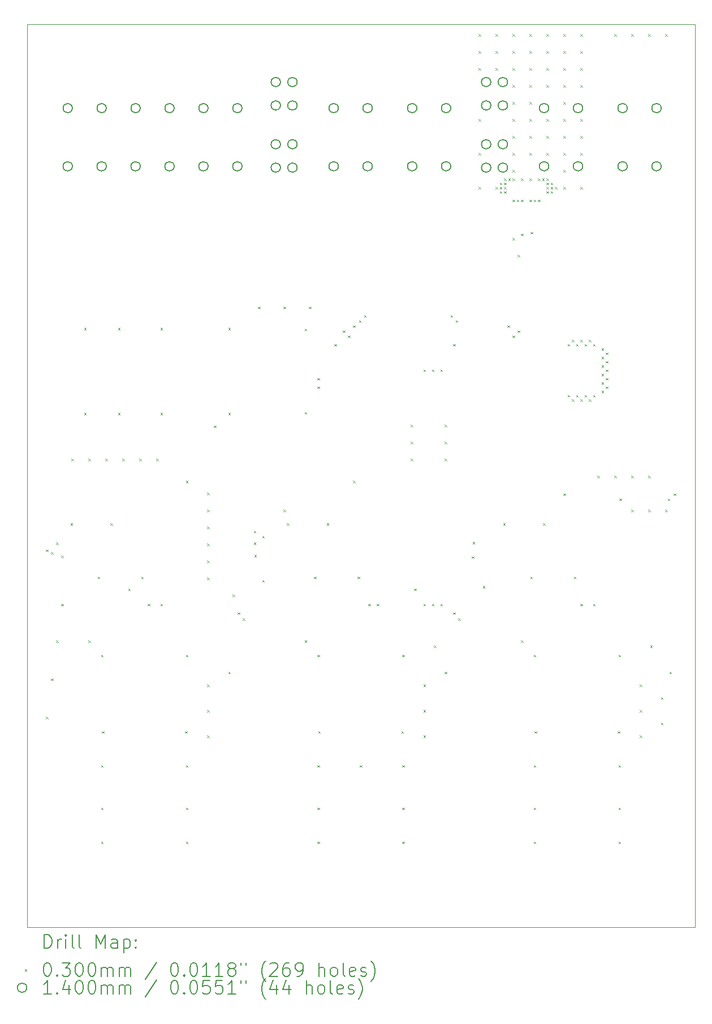
<source format=gbr>
%TF.GenerationSoftware,KiCad,Pcbnew,8.0.2*%
%TF.CreationDate,2025-02-23T04:32:34+01:00*%
%TF.ProjectId,meas,6d656173-2e6b-4696-9361-645f70636258,1.0.0*%
%TF.SameCoordinates,Original*%
%TF.FileFunction,Drillmap*%
%TF.FilePolarity,Positive*%
%FSLAX45Y45*%
G04 Gerber Fmt 4.5, Leading zero omitted, Abs format (unit mm)*
G04 Created by KiCad (PCBNEW 8.0.2) date 2025-02-23 04:32:34*
%MOMM*%
%LPD*%
G01*
G04 APERTURE LIST*
%ADD10C,0.050000*%
%ADD11C,0.200000*%
%ADD12C,0.100000*%
%ADD13C,0.140000*%
G04 APERTURE END LIST*
D10*
X15000000Y-4000000D02*
X25000000Y-4000000D01*
X25000000Y-17500000D01*
X15000000Y-17500000D01*
X15000000Y-4000000D01*
D11*
D12*
X15286000Y-11849900D02*
X15316000Y-11879900D01*
X15316000Y-11849900D02*
X15286000Y-11879900D01*
X15286000Y-14351800D02*
X15316000Y-14381800D01*
X15316000Y-14351800D02*
X15286000Y-14381800D01*
X15362200Y-11888000D02*
X15392200Y-11918000D01*
X15392200Y-11888000D02*
X15362200Y-11918000D01*
X15362200Y-13780300D02*
X15392200Y-13810300D01*
X15392200Y-13780300D02*
X15362200Y-13810300D01*
X15438400Y-11747680D02*
X15468400Y-11777680D01*
X15468400Y-11747680D02*
X15438400Y-11777680D01*
X15438400Y-13208800D02*
X15468400Y-13238800D01*
X15468400Y-13208800D02*
X15438400Y-13238800D01*
X15514600Y-11938800D02*
X15544600Y-11968800D01*
X15544600Y-11938800D02*
X15514600Y-11968800D01*
X15514600Y-12662700D02*
X15544600Y-12692700D01*
X15544600Y-12662700D02*
X15514600Y-12692700D01*
X15654300Y-11456200D02*
X15684300Y-11486200D01*
X15684300Y-11456200D02*
X15654300Y-11486200D01*
X15667000Y-10491000D02*
X15697000Y-10521000D01*
X15697000Y-10491000D02*
X15667000Y-10521000D01*
X15857500Y-8535200D02*
X15887500Y-8565200D01*
X15887500Y-8535200D02*
X15857500Y-8565200D01*
X15857500Y-9805200D02*
X15887500Y-9835200D01*
X15887500Y-9805200D02*
X15857500Y-9835200D01*
X15921000Y-10491000D02*
X15951000Y-10521000D01*
X15951000Y-10491000D02*
X15921000Y-10521000D01*
X15921000Y-13208800D02*
X15951000Y-13238800D01*
X15951000Y-13208800D02*
X15921000Y-13238800D01*
X16060700Y-12256300D02*
X16090700Y-12286300D01*
X16090700Y-12256300D02*
X16060700Y-12286300D01*
X16111500Y-13424700D02*
X16141500Y-13454700D01*
X16141500Y-13424700D02*
X16111500Y-13454700D01*
X16111500Y-15075700D02*
X16141500Y-15105700D01*
X16141500Y-15075700D02*
X16111500Y-15105700D01*
X16111500Y-15710700D02*
X16141500Y-15740700D01*
X16141500Y-15710700D02*
X16111500Y-15740700D01*
X16111500Y-16218700D02*
X16141500Y-16248700D01*
X16141500Y-16218700D02*
X16111500Y-16248700D01*
X16124200Y-14567700D02*
X16154200Y-14597700D01*
X16154200Y-14567700D02*
X16124200Y-14597700D01*
X16175000Y-10491000D02*
X16205000Y-10521000D01*
X16205000Y-10491000D02*
X16175000Y-10521000D01*
X16251200Y-11456200D02*
X16281200Y-11486200D01*
X16281200Y-11456200D02*
X16251200Y-11486200D01*
X16365500Y-8535200D02*
X16395500Y-8565200D01*
X16395500Y-8535200D02*
X16365500Y-8565200D01*
X16365500Y-9805200D02*
X16395500Y-9835200D01*
X16395500Y-9805200D02*
X16365500Y-9835200D01*
X16429000Y-10491000D02*
X16459000Y-10521000D01*
X16459000Y-10491000D02*
X16429000Y-10521000D01*
X16517900Y-12434100D02*
X16547900Y-12464100D01*
X16547900Y-12434100D02*
X16517900Y-12464100D01*
X16683000Y-10491000D02*
X16713000Y-10521000D01*
X16713000Y-10491000D02*
X16683000Y-10521000D01*
X16711050Y-12256300D02*
X16741050Y-12286300D01*
X16741050Y-12256300D02*
X16711050Y-12286300D01*
X16810000Y-12662700D02*
X16840000Y-12692700D01*
X16840000Y-12662700D02*
X16810000Y-12692700D01*
X16937000Y-10491000D02*
X16967000Y-10521000D01*
X16967000Y-10491000D02*
X16937000Y-10521000D01*
X17000500Y-8535200D02*
X17030500Y-8565200D01*
X17030500Y-8535200D02*
X17000500Y-8565200D01*
X17000500Y-9805200D02*
X17030500Y-9835200D01*
X17030500Y-9805200D02*
X17000500Y-9835200D01*
X17000500Y-12662700D02*
X17030500Y-12692700D01*
X17030500Y-12662700D02*
X17000500Y-12692700D01*
X17368800Y-14567700D02*
X17398800Y-14597700D01*
X17398800Y-14567700D02*
X17368800Y-14597700D01*
X17381500Y-10821200D02*
X17411500Y-10851200D01*
X17411500Y-10821200D02*
X17381500Y-10851200D01*
X17381500Y-13424700D02*
X17411500Y-13454700D01*
X17411500Y-13424700D02*
X17381500Y-13454700D01*
X17381500Y-15075700D02*
X17411500Y-15105700D01*
X17411500Y-15075700D02*
X17381500Y-15105700D01*
X17381500Y-15710700D02*
X17411500Y-15740700D01*
X17411500Y-15710700D02*
X17381500Y-15740700D01*
X17381500Y-16218700D02*
X17411500Y-16248700D01*
X17411500Y-16218700D02*
X17381500Y-16248700D01*
X17699000Y-10999000D02*
X17729000Y-11029000D01*
X17729000Y-10999000D02*
X17699000Y-11029000D01*
X17699000Y-11253000D02*
X17729000Y-11283000D01*
X17729000Y-11253000D02*
X17699000Y-11283000D01*
X17699000Y-11507000D02*
X17729000Y-11537000D01*
X17729000Y-11507000D02*
X17699000Y-11537000D01*
X17699000Y-11761000D02*
X17729000Y-11791000D01*
X17729000Y-11761000D02*
X17699000Y-11791000D01*
X17699000Y-12015000D02*
X17729000Y-12045000D01*
X17729000Y-12015000D02*
X17699000Y-12045000D01*
X17699000Y-12269000D02*
X17729000Y-12299000D01*
X17729000Y-12269000D02*
X17699000Y-12299000D01*
X17699000Y-13869200D02*
X17729000Y-13899200D01*
X17729000Y-13869200D02*
X17699000Y-13899200D01*
X17699000Y-14250200D02*
X17729000Y-14280200D01*
X17729000Y-14250200D02*
X17699000Y-14280200D01*
X17699000Y-14631200D02*
X17729000Y-14661200D01*
X17729000Y-14631200D02*
X17699000Y-14661200D01*
X17800600Y-9995700D02*
X17830600Y-10025700D01*
X17830600Y-9995700D02*
X17800600Y-10025700D01*
X18014500Y-13678700D02*
X18044500Y-13708700D01*
X18044500Y-13678700D02*
X18014500Y-13708700D01*
X18016500Y-8535200D02*
X18046500Y-8565200D01*
X18046500Y-8535200D02*
X18016500Y-8565200D01*
X18016500Y-9805200D02*
X18046500Y-9835200D01*
X18046500Y-9805200D02*
X18016500Y-9835200D01*
X18080000Y-12523000D02*
X18110000Y-12553000D01*
X18110000Y-12523000D02*
X18080000Y-12553000D01*
X18156200Y-12789700D02*
X18186200Y-12819700D01*
X18186200Y-12789700D02*
X18156200Y-12819700D01*
X18232400Y-12878600D02*
X18262400Y-12908600D01*
X18262400Y-12878600D02*
X18232400Y-12908600D01*
X18397500Y-11570500D02*
X18427500Y-11600500D01*
X18427500Y-11570500D02*
X18397500Y-11600500D01*
X18397500Y-11747680D02*
X18427500Y-11777680D01*
X18427500Y-11747680D02*
X18397500Y-11777680D01*
X18405009Y-11933609D02*
X18435009Y-11963609D01*
X18435009Y-11933609D02*
X18405009Y-11963609D01*
X18461000Y-8217700D02*
X18491000Y-8247700D01*
X18491000Y-8217700D02*
X18461000Y-8247700D01*
X18524500Y-11646700D02*
X18554500Y-11676700D01*
X18554500Y-11646700D02*
X18524500Y-11676700D01*
X18524500Y-12307100D02*
X18554500Y-12337100D01*
X18554500Y-12307100D02*
X18524500Y-12337100D01*
X18842000Y-8217700D02*
X18872000Y-8247700D01*
X18872000Y-8217700D02*
X18842000Y-8247700D01*
X18842000Y-11253000D02*
X18872000Y-11283000D01*
X18872000Y-11253000D02*
X18842000Y-11283000D01*
X18892800Y-11456200D02*
X18922800Y-11486200D01*
X18922800Y-11456200D02*
X18892800Y-11486200D01*
X19159500Y-8547900D02*
X19189500Y-8577900D01*
X19189500Y-8547900D02*
X19159500Y-8577900D01*
X19159500Y-9792500D02*
X19189500Y-9822500D01*
X19189500Y-9792500D02*
X19159500Y-9822500D01*
X19159500Y-13208800D02*
X19189500Y-13238800D01*
X19189500Y-13208800D02*
X19159500Y-13238800D01*
X19223000Y-8217700D02*
X19253000Y-8247700D01*
X19253000Y-8217700D02*
X19223000Y-8247700D01*
X19299200Y-12256300D02*
X19329200Y-12286300D01*
X19329200Y-12256300D02*
X19299200Y-12286300D01*
X19350000Y-9284500D02*
X19380000Y-9314500D01*
X19380000Y-9284500D02*
X19350000Y-9314500D01*
X19350000Y-9411500D02*
X19380000Y-9441500D01*
X19380000Y-9411500D02*
X19350000Y-9441500D01*
X19350000Y-13424700D02*
X19380000Y-13454700D01*
X19380000Y-13424700D02*
X19350000Y-13454700D01*
X19350000Y-15075700D02*
X19380000Y-15105700D01*
X19380000Y-15075700D02*
X19350000Y-15105700D01*
X19350000Y-15710700D02*
X19380000Y-15740700D01*
X19380000Y-15710700D02*
X19350000Y-15740700D01*
X19350000Y-16218700D02*
X19380000Y-16248700D01*
X19380000Y-16218700D02*
X19350000Y-16248700D01*
X19362700Y-14567700D02*
X19392700Y-14597700D01*
X19392700Y-14567700D02*
X19362700Y-14597700D01*
X19489700Y-11456200D02*
X19519700Y-11486200D01*
X19519700Y-11456200D02*
X19489700Y-11486200D01*
X19604000Y-8776500D02*
X19634000Y-8806500D01*
X19634000Y-8776500D02*
X19604000Y-8806500D01*
X19731000Y-8573300D02*
X19761000Y-8603300D01*
X19761000Y-8573300D02*
X19731000Y-8603300D01*
X19807200Y-8649500D02*
X19837200Y-8679500D01*
X19837200Y-8649500D02*
X19807200Y-8679500D01*
X19883400Y-8497100D02*
X19913400Y-8527100D01*
X19913400Y-8497100D02*
X19883400Y-8527100D01*
X19883400Y-10821200D02*
X19913400Y-10851200D01*
X19913400Y-10821200D02*
X19883400Y-10851200D01*
X19949550Y-12256300D02*
X19979550Y-12286300D01*
X19979550Y-12256300D02*
X19949550Y-12286300D01*
X19972300Y-8420900D02*
X20002300Y-8450900D01*
X20002300Y-8420900D02*
X19972300Y-8450900D01*
X19985000Y-15075700D02*
X20015000Y-15105700D01*
X20015000Y-15075700D02*
X19985000Y-15105700D01*
X20048500Y-8344700D02*
X20078500Y-8374700D01*
X20078500Y-8344700D02*
X20048500Y-8374700D01*
X20112000Y-12662700D02*
X20142000Y-12692700D01*
X20142000Y-12662700D02*
X20112000Y-12692700D01*
X20239000Y-12662700D02*
X20269000Y-12692700D01*
X20269000Y-12662700D02*
X20239000Y-12692700D01*
X20607300Y-14567700D02*
X20637300Y-14597700D01*
X20637300Y-14567700D02*
X20607300Y-14597700D01*
X20620000Y-13424700D02*
X20650000Y-13454700D01*
X20650000Y-13424700D02*
X20620000Y-13454700D01*
X20620000Y-15075700D02*
X20650000Y-15105700D01*
X20650000Y-15075700D02*
X20620000Y-15105700D01*
X20620000Y-15710700D02*
X20650000Y-15740700D01*
X20650000Y-15710700D02*
X20620000Y-15740700D01*
X20620000Y-16218700D02*
X20650000Y-16248700D01*
X20650000Y-16218700D02*
X20620000Y-16248700D01*
X20747000Y-9983000D02*
X20777000Y-10013000D01*
X20777000Y-9983000D02*
X20747000Y-10013000D01*
X20747000Y-10237000D02*
X20777000Y-10267000D01*
X20777000Y-10237000D02*
X20747000Y-10267000D01*
X20747000Y-10491000D02*
X20777000Y-10521000D01*
X20777000Y-10491000D02*
X20747000Y-10521000D01*
X20797800Y-12434100D02*
X20827800Y-12464100D01*
X20827800Y-12434100D02*
X20797800Y-12464100D01*
X20937500Y-9157500D02*
X20967500Y-9187500D01*
X20967500Y-9157500D02*
X20937500Y-9187500D01*
X20937500Y-12662700D02*
X20967500Y-12692700D01*
X20967500Y-12662700D02*
X20937500Y-12692700D01*
X20937500Y-13869200D02*
X20967500Y-13899200D01*
X20967500Y-13869200D02*
X20937500Y-13899200D01*
X20937500Y-14250200D02*
X20967500Y-14280200D01*
X20967500Y-14250200D02*
X20937500Y-14280200D01*
X20937500Y-14631200D02*
X20967500Y-14661200D01*
X20967500Y-14631200D02*
X20937500Y-14661200D01*
X21064500Y-9157500D02*
X21094500Y-9187500D01*
X21094500Y-9157500D02*
X21064500Y-9187500D01*
X21064500Y-12662700D02*
X21094500Y-12692700D01*
X21094500Y-12662700D02*
X21064500Y-12692700D01*
X21092500Y-13285000D02*
X21122500Y-13315000D01*
X21122500Y-13285000D02*
X21092500Y-13315000D01*
X21191500Y-9157500D02*
X21221500Y-9187500D01*
X21221500Y-9157500D02*
X21191500Y-9187500D01*
X21191500Y-12662700D02*
X21221500Y-12692700D01*
X21221500Y-12662700D02*
X21191500Y-12692700D01*
X21253000Y-13678700D02*
X21283000Y-13708700D01*
X21283000Y-13678700D02*
X21253000Y-13708700D01*
X21255000Y-9983000D02*
X21285000Y-10013000D01*
X21285000Y-9983000D02*
X21255000Y-10013000D01*
X21255000Y-10237000D02*
X21285000Y-10267000D01*
X21285000Y-10237000D02*
X21255000Y-10267000D01*
X21255000Y-10491000D02*
X21285000Y-10521000D01*
X21285000Y-10491000D02*
X21255000Y-10521000D01*
X21343900Y-8344700D02*
X21373900Y-8374700D01*
X21373900Y-8344700D02*
X21343900Y-8374700D01*
X21382000Y-8776500D02*
X21412000Y-8806500D01*
X21412000Y-8776500D02*
X21382000Y-8806500D01*
X21382000Y-12789700D02*
X21412000Y-12819700D01*
X21412000Y-12789700D02*
X21382000Y-12819700D01*
X21420100Y-8420900D02*
X21450100Y-8450900D01*
X21450100Y-8420900D02*
X21420100Y-8450900D01*
X21458200Y-12878600D02*
X21488200Y-12908600D01*
X21488200Y-12878600D02*
X21458200Y-12908600D01*
X21661400Y-11951500D02*
X21691400Y-11981500D01*
X21691400Y-11951500D02*
X21661400Y-11981500D01*
X21674100Y-11738200D02*
X21704100Y-11768200D01*
X21704100Y-11738200D02*
X21674100Y-11768200D01*
X21763000Y-4141000D02*
X21793000Y-4171000D01*
X21793000Y-4141000D02*
X21763000Y-4171000D01*
X21763000Y-4395000D02*
X21793000Y-4425000D01*
X21793000Y-4395000D02*
X21763000Y-4425000D01*
X21763000Y-4649000D02*
X21793000Y-4679000D01*
X21793000Y-4649000D02*
X21763000Y-4679000D01*
X21763000Y-5411000D02*
X21793000Y-5441000D01*
X21793000Y-5411000D02*
X21763000Y-5441000D01*
X21763000Y-5919000D02*
X21793000Y-5949000D01*
X21793000Y-5919000D02*
X21763000Y-5949000D01*
X21763000Y-6427000D02*
X21793000Y-6457000D01*
X21793000Y-6427000D02*
X21763000Y-6457000D01*
X21826500Y-12396000D02*
X21856500Y-12426000D01*
X21856500Y-12396000D02*
X21826500Y-12426000D01*
X22017000Y-4141000D02*
X22047000Y-4171000D01*
X22047000Y-4141000D02*
X22017000Y-4171000D01*
X22017000Y-4395000D02*
X22047000Y-4425000D01*
X22047000Y-4395000D02*
X22017000Y-4425000D01*
X22017000Y-4649000D02*
X22047000Y-4679000D01*
X22047000Y-4649000D02*
X22017000Y-4679000D01*
X22017000Y-6427000D02*
X22047000Y-6457000D01*
X22047000Y-6427000D02*
X22017000Y-6457000D01*
X22080500Y-6363500D02*
X22110500Y-6393500D01*
X22110500Y-6363500D02*
X22080500Y-6393500D01*
X22080500Y-6427000D02*
X22110500Y-6457000D01*
X22110500Y-6427000D02*
X22080500Y-6457000D01*
X22080500Y-6490500D02*
X22110500Y-6520500D01*
X22110500Y-6490500D02*
X22080500Y-6520500D01*
X22131300Y-11456200D02*
X22161300Y-11486200D01*
X22161300Y-11456200D02*
X22131300Y-11486200D01*
X22144000Y-6300000D02*
X22174000Y-6330000D01*
X22174000Y-6300000D02*
X22144000Y-6330000D01*
X22144000Y-6363500D02*
X22174000Y-6393500D01*
X22174000Y-6363500D02*
X22144000Y-6393500D01*
X22144000Y-6427000D02*
X22174000Y-6457000D01*
X22174000Y-6427000D02*
X22144000Y-6457000D01*
X22144000Y-6490500D02*
X22174000Y-6520500D01*
X22174000Y-6490500D02*
X22144000Y-6520500D01*
X22194800Y-8497100D02*
X22224800Y-8527100D01*
X22224800Y-8497100D02*
X22194800Y-8527100D01*
X22207500Y-6300000D02*
X22237500Y-6330000D01*
X22237500Y-6300000D02*
X22207500Y-6330000D01*
X22271000Y-4141000D02*
X22301000Y-4171000D01*
X22301000Y-4141000D02*
X22271000Y-4171000D01*
X22271000Y-4395000D02*
X22301000Y-4425000D01*
X22301000Y-4395000D02*
X22271000Y-4425000D01*
X22271000Y-4649000D02*
X22301000Y-4679000D01*
X22301000Y-4649000D02*
X22271000Y-4679000D01*
X22271000Y-4903000D02*
X22301000Y-4933000D01*
X22301000Y-4903000D02*
X22271000Y-4933000D01*
X22271000Y-5157000D02*
X22301000Y-5187000D01*
X22301000Y-5157000D02*
X22271000Y-5187000D01*
X22271000Y-5411000D02*
X22301000Y-5441000D01*
X22301000Y-5411000D02*
X22271000Y-5441000D01*
X22271000Y-5665000D02*
X22301000Y-5695000D01*
X22301000Y-5665000D02*
X22271000Y-5695000D01*
X22271000Y-5919000D02*
X22301000Y-5949000D01*
X22301000Y-5919000D02*
X22271000Y-5949000D01*
X22271000Y-6173000D02*
X22301000Y-6203000D01*
X22301000Y-6173000D02*
X22271000Y-6203000D01*
X22271000Y-6300000D02*
X22301000Y-6330000D01*
X22301000Y-6300000D02*
X22271000Y-6330000D01*
X22271000Y-6617500D02*
X22301000Y-6647500D01*
X22301000Y-6617500D02*
X22271000Y-6647500D01*
X22271000Y-7189000D02*
X22301000Y-7219000D01*
X22301000Y-7189000D02*
X22271000Y-7219000D01*
X22271000Y-8649500D02*
X22301000Y-8679500D01*
X22301000Y-8649500D02*
X22271000Y-8679500D01*
X22334500Y-6617500D02*
X22364500Y-6647500D01*
X22364500Y-6617500D02*
X22334500Y-6647500D01*
X22347200Y-7443000D02*
X22377200Y-7473000D01*
X22377200Y-7443000D02*
X22347200Y-7473000D01*
X22347200Y-8573300D02*
X22377200Y-8603300D01*
X22377200Y-8573300D02*
X22347200Y-8603300D01*
X22398000Y-6300000D02*
X22428000Y-6330000D01*
X22428000Y-6300000D02*
X22398000Y-6330000D01*
X22398000Y-6617500D02*
X22428000Y-6647500D01*
X22428000Y-6617500D02*
X22398000Y-6647500D01*
X22398000Y-7125500D02*
X22428000Y-7155500D01*
X22428000Y-7125500D02*
X22398000Y-7155500D01*
X22398000Y-13208800D02*
X22428000Y-13238800D01*
X22428000Y-13208800D02*
X22398000Y-13238800D01*
X22525000Y-4141000D02*
X22555000Y-4171000D01*
X22555000Y-4141000D02*
X22525000Y-4171000D01*
X22525000Y-4395000D02*
X22555000Y-4425000D01*
X22555000Y-4395000D02*
X22525000Y-4425000D01*
X22525000Y-4649000D02*
X22555000Y-4679000D01*
X22555000Y-4649000D02*
X22525000Y-4679000D01*
X22525000Y-4903000D02*
X22555000Y-4933000D01*
X22555000Y-4903000D02*
X22525000Y-4933000D01*
X22525000Y-5157000D02*
X22555000Y-5187000D01*
X22555000Y-5157000D02*
X22525000Y-5187000D01*
X22525000Y-5411000D02*
X22555000Y-5441000D01*
X22555000Y-5411000D02*
X22525000Y-5441000D01*
X22525000Y-5665000D02*
X22555000Y-5695000D01*
X22555000Y-5665000D02*
X22525000Y-5695000D01*
X22525000Y-5919000D02*
X22555000Y-5949000D01*
X22555000Y-5919000D02*
X22525000Y-5949000D01*
X22525000Y-6300000D02*
X22555000Y-6330000D01*
X22555000Y-6300000D02*
X22525000Y-6330000D01*
X22525000Y-6617500D02*
X22555000Y-6647500D01*
X22555000Y-6617500D02*
X22525000Y-6647500D01*
X22537700Y-12256300D02*
X22567700Y-12286300D01*
X22567700Y-12256300D02*
X22537700Y-12286300D01*
X22538250Y-7100650D02*
X22568250Y-7130650D01*
X22568250Y-7100650D02*
X22538250Y-7130650D01*
X22588500Y-6617500D02*
X22618500Y-6647500D01*
X22618500Y-6617500D02*
X22588500Y-6647500D01*
X22588500Y-13424700D02*
X22618500Y-13454700D01*
X22618500Y-13424700D02*
X22588500Y-13454700D01*
X22588500Y-15075700D02*
X22618500Y-15105700D01*
X22618500Y-15075700D02*
X22588500Y-15105700D01*
X22588500Y-15710700D02*
X22618500Y-15740700D01*
X22618500Y-15710700D02*
X22588500Y-15740700D01*
X22588500Y-16218700D02*
X22618500Y-16248700D01*
X22618500Y-16218700D02*
X22588500Y-16248700D01*
X22601200Y-14567700D02*
X22631200Y-14597700D01*
X22631200Y-14567700D02*
X22601200Y-14597700D01*
X22652000Y-6300000D02*
X22682000Y-6330000D01*
X22682000Y-6300000D02*
X22652000Y-6330000D01*
X22652000Y-6617500D02*
X22682000Y-6647500D01*
X22682000Y-6617500D02*
X22652000Y-6647500D01*
X22715500Y-6300000D02*
X22745500Y-6330000D01*
X22745500Y-6300000D02*
X22715500Y-6330000D01*
X22728200Y-11456200D02*
X22758200Y-11486200D01*
X22758200Y-11456200D02*
X22728200Y-11486200D01*
X22779000Y-4141000D02*
X22809000Y-4171000D01*
X22809000Y-4141000D02*
X22779000Y-4171000D01*
X22779000Y-4395000D02*
X22809000Y-4425000D01*
X22809000Y-4395000D02*
X22779000Y-4425000D01*
X22779000Y-4649000D02*
X22809000Y-4679000D01*
X22809000Y-4649000D02*
X22779000Y-4679000D01*
X22779000Y-4903000D02*
X22809000Y-4933000D01*
X22809000Y-4903000D02*
X22779000Y-4933000D01*
X22779000Y-5411000D02*
X22809000Y-5441000D01*
X22809000Y-5411000D02*
X22779000Y-5441000D01*
X22779000Y-5665000D02*
X22809000Y-5695000D01*
X22809000Y-5665000D02*
X22779000Y-5695000D01*
X22779000Y-5919000D02*
X22809000Y-5949000D01*
X22809000Y-5919000D02*
X22779000Y-5949000D01*
X22779000Y-6300000D02*
X22809000Y-6330000D01*
X22809000Y-6300000D02*
X22779000Y-6330000D01*
X22779000Y-6363500D02*
X22809000Y-6393500D01*
X22809000Y-6363500D02*
X22779000Y-6393500D01*
X22779000Y-6427000D02*
X22809000Y-6457000D01*
X22809000Y-6427000D02*
X22779000Y-6457000D01*
X22779000Y-6490500D02*
X22809000Y-6520500D01*
X22809000Y-6490500D02*
X22779000Y-6520500D01*
X22842500Y-6363500D02*
X22872500Y-6393500D01*
X22872500Y-6363500D02*
X22842500Y-6393500D01*
X22842500Y-6427000D02*
X22872500Y-6457000D01*
X22872500Y-6427000D02*
X22842500Y-6457000D01*
X22842500Y-6490500D02*
X22872500Y-6520500D01*
X22872500Y-6490500D02*
X22842500Y-6520500D01*
X22906000Y-6427000D02*
X22936000Y-6457000D01*
X22936000Y-6427000D02*
X22906000Y-6457000D01*
X23033000Y-4141000D02*
X23063000Y-4171000D01*
X23063000Y-4141000D02*
X23033000Y-4171000D01*
X23033000Y-4395000D02*
X23063000Y-4425000D01*
X23063000Y-4395000D02*
X23033000Y-4425000D01*
X23033000Y-4649000D02*
X23063000Y-4679000D01*
X23063000Y-4649000D02*
X23033000Y-4679000D01*
X23033000Y-4903000D02*
X23063000Y-4933000D01*
X23063000Y-4903000D02*
X23033000Y-4933000D01*
X23033000Y-5157000D02*
X23063000Y-5187000D01*
X23063000Y-5157000D02*
X23033000Y-5187000D01*
X23033000Y-5411000D02*
X23063000Y-5441000D01*
X23063000Y-5411000D02*
X23033000Y-5441000D01*
X23033000Y-5665000D02*
X23063000Y-5695000D01*
X23063000Y-5665000D02*
X23033000Y-5695000D01*
X23033000Y-5919000D02*
X23063000Y-5949000D01*
X23063000Y-5919000D02*
X23033000Y-5949000D01*
X23033000Y-6173000D02*
X23063000Y-6203000D01*
X23063000Y-6173000D02*
X23033000Y-6203000D01*
X23033000Y-6427000D02*
X23063000Y-6457000D01*
X23063000Y-6427000D02*
X23033000Y-6457000D01*
X23033000Y-11011700D02*
X23063000Y-11041700D01*
X23063000Y-11011700D02*
X23033000Y-11041700D01*
X23096500Y-8776500D02*
X23126500Y-8806500D01*
X23126500Y-8776500D02*
X23096500Y-8806500D01*
X23096500Y-9538500D02*
X23126500Y-9568500D01*
X23126500Y-9538500D02*
X23096500Y-9568500D01*
X23160000Y-8713000D02*
X23190000Y-8743000D01*
X23190000Y-8713000D02*
X23160000Y-8743000D01*
X23160000Y-9602000D02*
X23190000Y-9632000D01*
X23190000Y-9602000D02*
X23160000Y-9632000D01*
X23188050Y-12256300D02*
X23218050Y-12286300D01*
X23218050Y-12256300D02*
X23188050Y-12286300D01*
X23223500Y-8776500D02*
X23253500Y-8806500D01*
X23253500Y-8776500D02*
X23223500Y-8806500D01*
X23223500Y-9538500D02*
X23253500Y-9568500D01*
X23253500Y-9538500D02*
X23223500Y-9568500D01*
X23287000Y-4141000D02*
X23317000Y-4171000D01*
X23317000Y-4141000D02*
X23287000Y-4171000D01*
X23287000Y-4395000D02*
X23317000Y-4425000D01*
X23317000Y-4395000D02*
X23287000Y-4425000D01*
X23287000Y-4649000D02*
X23317000Y-4679000D01*
X23317000Y-4649000D02*
X23287000Y-4679000D01*
X23287000Y-4903000D02*
X23317000Y-4933000D01*
X23317000Y-4903000D02*
X23287000Y-4933000D01*
X23287000Y-5411000D02*
X23317000Y-5441000D01*
X23317000Y-5411000D02*
X23287000Y-5441000D01*
X23287000Y-5665000D02*
X23317000Y-5695000D01*
X23317000Y-5665000D02*
X23287000Y-5695000D01*
X23287000Y-5919000D02*
X23317000Y-5949000D01*
X23317000Y-5919000D02*
X23287000Y-5949000D01*
X23287000Y-6427000D02*
X23317000Y-6457000D01*
X23317000Y-6427000D02*
X23287000Y-6457000D01*
X23287000Y-8713000D02*
X23317000Y-8743000D01*
X23317000Y-8713000D02*
X23287000Y-8743000D01*
X23287000Y-9602000D02*
X23317000Y-9632000D01*
X23317000Y-9602000D02*
X23287000Y-9632000D01*
X23287000Y-12662700D02*
X23317000Y-12692700D01*
X23317000Y-12662700D02*
X23287000Y-12692700D01*
X23350500Y-8776500D02*
X23380500Y-8806500D01*
X23380500Y-8776500D02*
X23350500Y-8806500D01*
X23350500Y-9538500D02*
X23380500Y-9568500D01*
X23380500Y-9538500D02*
X23350500Y-9568500D01*
X23414000Y-8713000D02*
X23444000Y-8743000D01*
X23444000Y-8713000D02*
X23414000Y-8743000D01*
X23414000Y-9602000D02*
X23444000Y-9632000D01*
X23444000Y-9602000D02*
X23414000Y-9632000D01*
X23477500Y-8776500D02*
X23507500Y-8806500D01*
X23507500Y-8776500D02*
X23477500Y-8806500D01*
X23477500Y-9538500D02*
X23507500Y-9568500D01*
X23507500Y-9538500D02*
X23477500Y-9568500D01*
X23477500Y-12662700D02*
X23507500Y-12692700D01*
X23507500Y-12662700D02*
X23477500Y-12692700D01*
X23541000Y-10745000D02*
X23571000Y-10775000D01*
X23571000Y-10745000D02*
X23541000Y-10775000D01*
X23604500Y-8840000D02*
X23634500Y-8870000D01*
X23634500Y-8840000D02*
X23604500Y-8870000D01*
X23604500Y-8967000D02*
X23634500Y-8997000D01*
X23634500Y-8967000D02*
X23604500Y-8997000D01*
X23604500Y-9094000D02*
X23634500Y-9124000D01*
X23634500Y-9094000D02*
X23604500Y-9124000D01*
X23604500Y-9221000D02*
X23634500Y-9251000D01*
X23634500Y-9221000D02*
X23604500Y-9251000D01*
X23604500Y-9348000D02*
X23634500Y-9378000D01*
X23634500Y-9348000D02*
X23604500Y-9378000D01*
X23604500Y-9475000D02*
X23634500Y-9505000D01*
X23634500Y-9475000D02*
X23604500Y-9505000D01*
X23668000Y-8903500D02*
X23698000Y-8933500D01*
X23698000Y-8903500D02*
X23668000Y-8933500D01*
X23668000Y-9030500D02*
X23698000Y-9060500D01*
X23698000Y-9030500D02*
X23668000Y-9060500D01*
X23668000Y-9157500D02*
X23698000Y-9187500D01*
X23698000Y-9157500D02*
X23668000Y-9187500D01*
X23668000Y-9284500D02*
X23698000Y-9314500D01*
X23698000Y-9284500D02*
X23668000Y-9314500D01*
X23668000Y-9411500D02*
X23698000Y-9441500D01*
X23698000Y-9411500D02*
X23668000Y-9441500D01*
X23795000Y-4141000D02*
X23825000Y-4171000D01*
X23825000Y-4141000D02*
X23795000Y-4171000D01*
X23795000Y-10745000D02*
X23825000Y-10775000D01*
X23825000Y-10745000D02*
X23795000Y-10775000D01*
X23845800Y-14567700D02*
X23875800Y-14597700D01*
X23875800Y-14567700D02*
X23845800Y-14597700D01*
X23858500Y-13424700D02*
X23888500Y-13454700D01*
X23888500Y-13424700D02*
X23858500Y-13454700D01*
X23858500Y-15075700D02*
X23888500Y-15105700D01*
X23888500Y-15075700D02*
X23858500Y-15105700D01*
X23858500Y-15710700D02*
X23888500Y-15740700D01*
X23888500Y-15710700D02*
X23858500Y-15740700D01*
X23858500Y-16218700D02*
X23888500Y-16248700D01*
X23888500Y-16218700D02*
X23858500Y-16248700D01*
X23871200Y-11087900D02*
X23901200Y-11117900D01*
X23901200Y-11087900D02*
X23871200Y-11117900D01*
X24049000Y-4141000D02*
X24079000Y-4171000D01*
X24079000Y-4141000D02*
X24049000Y-4171000D01*
X24049000Y-10745000D02*
X24079000Y-10775000D01*
X24079000Y-10745000D02*
X24049000Y-10775000D01*
X24049000Y-11253000D02*
X24079000Y-11283000D01*
X24079000Y-11253000D02*
X24049000Y-11283000D01*
X24176000Y-13869200D02*
X24206000Y-13899200D01*
X24206000Y-13869200D02*
X24176000Y-13899200D01*
X24176000Y-14250200D02*
X24206000Y-14280200D01*
X24206000Y-14250200D02*
X24176000Y-14280200D01*
X24176000Y-14631200D02*
X24206000Y-14661200D01*
X24206000Y-14631200D02*
X24176000Y-14661200D01*
X24303000Y-4141000D02*
X24333000Y-4171000D01*
X24333000Y-4141000D02*
X24303000Y-4171000D01*
X24303000Y-10745000D02*
X24333000Y-10775000D01*
X24333000Y-10745000D02*
X24303000Y-10775000D01*
X24303000Y-11253000D02*
X24333000Y-11283000D01*
X24333000Y-11253000D02*
X24303000Y-11283000D01*
X24331000Y-13285000D02*
X24361000Y-13315000D01*
X24361000Y-13285000D02*
X24331000Y-13315000D01*
X24491500Y-14059700D02*
X24521500Y-14089700D01*
X24521500Y-14059700D02*
X24491500Y-14089700D01*
X24493500Y-14440700D02*
X24523500Y-14470700D01*
X24523500Y-14440700D02*
X24493500Y-14470700D01*
X24557000Y-4141000D02*
X24587000Y-4171000D01*
X24587000Y-4141000D02*
X24557000Y-4171000D01*
X24557000Y-11253000D02*
X24587000Y-11283000D01*
X24587000Y-11253000D02*
X24557000Y-11283000D01*
X24595100Y-11087900D02*
X24625100Y-11117900D01*
X24625100Y-11087900D02*
X24595100Y-11117900D01*
X24620500Y-13678700D02*
X24650500Y-13708700D01*
X24650500Y-13678700D02*
X24620500Y-13708700D01*
X24684000Y-11011700D02*
X24714000Y-11041700D01*
X24714000Y-11011700D02*
X24684000Y-11041700D01*
D13*
X15680000Y-5250000D02*
G75*
G02*
X15540000Y-5250000I-70000J0D01*
G01*
X15540000Y-5250000D02*
G75*
G02*
X15680000Y-5250000I70000J0D01*
G01*
X15680000Y-6120000D02*
G75*
G02*
X15540000Y-6120000I-70000J0D01*
G01*
X15540000Y-6120000D02*
G75*
G02*
X15680000Y-6120000I70000J0D01*
G01*
X16188000Y-5250000D02*
G75*
G02*
X16048000Y-5250000I-70000J0D01*
G01*
X16048000Y-5250000D02*
G75*
G02*
X16188000Y-5250000I70000J0D01*
G01*
X16188000Y-6120000D02*
G75*
G02*
X16048000Y-6120000I-70000J0D01*
G01*
X16048000Y-6120000D02*
G75*
G02*
X16188000Y-6120000I70000J0D01*
G01*
X16696000Y-5250000D02*
G75*
G02*
X16556000Y-5250000I-70000J0D01*
G01*
X16556000Y-5250000D02*
G75*
G02*
X16696000Y-5250000I70000J0D01*
G01*
X16696000Y-6120000D02*
G75*
G02*
X16556000Y-6120000I-70000J0D01*
G01*
X16556000Y-6120000D02*
G75*
G02*
X16696000Y-6120000I70000J0D01*
G01*
X17204000Y-5250000D02*
G75*
G02*
X17064000Y-5250000I-70000J0D01*
G01*
X17064000Y-5250000D02*
G75*
G02*
X17204000Y-5250000I70000J0D01*
G01*
X17204000Y-6120000D02*
G75*
G02*
X17064000Y-6120000I-70000J0D01*
G01*
X17064000Y-6120000D02*
G75*
G02*
X17204000Y-6120000I70000J0D01*
G01*
X17712000Y-5250000D02*
G75*
G02*
X17572000Y-5250000I-70000J0D01*
G01*
X17572000Y-5250000D02*
G75*
G02*
X17712000Y-5250000I70000J0D01*
G01*
X17712000Y-6120000D02*
G75*
G02*
X17572000Y-6120000I-70000J0D01*
G01*
X17572000Y-6120000D02*
G75*
G02*
X17712000Y-6120000I70000J0D01*
G01*
X18220000Y-5250000D02*
G75*
G02*
X18080000Y-5250000I-70000J0D01*
G01*
X18080000Y-5250000D02*
G75*
G02*
X18220000Y-5250000I70000J0D01*
G01*
X18220000Y-6120000D02*
G75*
G02*
X18080000Y-6120000I-70000J0D01*
G01*
X18080000Y-6120000D02*
G75*
G02*
X18220000Y-6120000I70000J0D01*
G01*
X18795000Y-4860000D02*
G75*
G02*
X18655000Y-4860000I-70000J0D01*
G01*
X18655000Y-4860000D02*
G75*
G02*
X18795000Y-4860000I70000J0D01*
G01*
X18795000Y-5210000D02*
G75*
G02*
X18655000Y-5210000I-70000J0D01*
G01*
X18655000Y-5210000D02*
G75*
G02*
X18795000Y-5210000I70000J0D01*
G01*
X18795000Y-5790000D02*
G75*
G02*
X18655000Y-5790000I-70000J0D01*
G01*
X18655000Y-5790000D02*
G75*
G02*
X18795000Y-5790000I70000J0D01*
G01*
X18795000Y-6140000D02*
G75*
G02*
X18655000Y-6140000I-70000J0D01*
G01*
X18655000Y-6140000D02*
G75*
G02*
X18795000Y-6140000I70000J0D01*
G01*
X19045000Y-4860000D02*
G75*
G02*
X18905000Y-4860000I-70000J0D01*
G01*
X18905000Y-4860000D02*
G75*
G02*
X19045000Y-4860000I70000J0D01*
G01*
X19045000Y-5210000D02*
G75*
G02*
X18905000Y-5210000I-70000J0D01*
G01*
X18905000Y-5210000D02*
G75*
G02*
X19045000Y-5210000I70000J0D01*
G01*
X19045000Y-5790000D02*
G75*
G02*
X18905000Y-5790000I-70000J0D01*
G01*
X18905000Y-5790000D02*
G75*
G02*
X19045000Y-5790000I70000J0D01*
G01*
X19045000Y-6140000D02*
G75*
G02*
X18905000Y-6140000I-70000J0D01*
G01*
X18905000Y-6140000D02*
G75*
G02*
X19045000Y-6140000I70000J0D01*
G01*
X19662000Y-5250000D02*
G75*
G02*
X19522000Y-5250000I-70000J0D01*
G01*
X19522000Y-5250000D02*
G75*
G02*
X19662000Y-5250000I70000J0D01*
G01*
X19662000Y-6120000D02*
G75*
G02*
X19522000Y-6120000I-70000J0D01*
G01*
X19522000Y-6120000D02*
G75*
G02*
X19662000Y-6120000I70000J0D01*
G01*
X20170000Y-5250000D02*
G75*
G02*
X20030000Y-5250000I-70000J0D01*
G01*
X20030000Y-5250000D02*
G75*
G02*
X20170000Y-5250000I70000J0D01*
G01*
X20170000Y-6120000D02*
G75*
G02*
X20030000Y-6120000I-70000J0D01*
G01*
X20030000Y-6120000D02*
G75*
G02*
X20170000Y-6120000I70000J0D01*
G01*
X20837000Y-5250000D02*
G75*
G02*
X20697000Y-5250000I-70000J0D01*
G01*
X20697000Y-5250000D02*
G75*
G02*
X20837000Y-5250000I70000J0D01*
G01*
X20837000Y-6120000D02*
G75*
G02*
X20697000Y-6120000I-70000J0D01*
G01*
X20697000Y-6120000D02*
G75*
G02*
X20837000Y-6120000I70000J0D01*
G01*
X21345000Y-5250000D02*
G75*
G02*
X21205000Y-5250000I-70000J0D01*
G01*
X21205000Y-5250000D02*
G75*
G02*
X21345000Y-5250000I70000J0D01*
G01*
X21345000Y-6120000D02*
G75*
G02*
X21205000Y-6120000I-70000J0D01*
G01*
X21205000Y-6120000D02*
G75*
G02*
X21345000Y-6120000I70000J0D01*
G01*
X21945000Y-4860000D02*
G75*
G02*
X21805000Y-4860000I-70000J0D01*
G01*
X21805000Y-4860000D02*
G75*
G02*
X21945000Y-4860000I70000J0D01*
G01*
X21945000Y-5210000D02*
G75*
G02*
X21805000Y-5210000I-70000J0D01*
G01*
X21805000Y-5210000D02*
G75*
G02*
X21945000Y-5210000I70000J0D01*
G01*
X21945000Y-5790000D02*
G75*
G02*
X21805000Y-5790000I-70000J0D01*
G01*
X21805000Y-5790000D02*
G75*
G02*
X21945000Y-5790000I70000J0D01*
G01*
X21945000Y-6140000D02*
G75*
G02*
X21805000Y-6140000I-70000J0D01*
G01*
X21805000Y-6140000D02*
G75*
G02*
X21945000Y-6140000I70000J0D01*
G01*
X22195000Y-4860000D02*
G75*
G02*
X22055000Y-4860000I-70000J0D01*
G01*
X22055000Y-4860000D02*
G75*
G02*
X22195000Y-4860000I70000J0D01*
G01*
X22195000Y-5210000D02*
G75*
G02*
X22055000Y-5210000I-70000J0D01*
G01*
X22055000Y-5210000D02*
G75*
G02*
X22195000Y-5210000I70000J0D01*
G01*
X22195000Y-5790000D02*
G75*
G02*
X22055000Y-5790000I-70000J0D01*
G01*
X22055000Y-5790000D02*
G75*
G02*
X22195000Y-5790000I70000J0D01*
G01*
X22195000Y-6140000D02*
G75*
G02*
X22055000Y-6140000I-70000J0D01*
G01*
X22055000Y-6140000D02*
G75*
G02*
X22195000Y-6140000I70000J0D01*
G01*
X22812000Y-5250000D02*
G75*
G02*
X22672000Y-5250000I-70000J0D01*
G01*
X22672000Y-5250000D02*
G75*
G02*
X22812000Y-5250000I70000J0D01*
G01*
X22812000Y-6120000D02*
G75*
G02*
X22672000Y-6120000I-70000J0D01*
G01*
X22672000Y-6120000D02*
G75*
G02*
X22812000Y-6120000I70000J0D01*
G01*
X23320000Y-5250000D02*
G75*
G02*
X23180000Y-5250000I-70000J0D01*
G01*
X23180000Y-5250000D02*
G75*
G02*
X23320000Y-5250000I70000J0D01*
G01*
X23320000Y-6120000D02*
G75*
G02*
X23180000Y-6120000I-70000J0D01*
G01*
X23180000Y-6120000D02*
G75*
G02*
X23320000Y-6120000I70000J0D01*
G01*
X23987000Y-5250000D02*
G75*
G02*
X23847000Y-5250000I-70000J0D01*
G01*
X23847000Y-5250000D02*
G75*
G02*
X23987000Y-5250000I70000J0D01*
G01*
X23987000Y-6120000D02*
G75*
G02*
X23847000Y-6120000I-70000J0D01*
G01*
X23847000Y-6120000D02*
G75*
G02*
X23987000Y-6120000I70000J0D01*
G01*
X24495000Y-5250000D02*
G75*
G02*
X24355000Y-5250000I-70000J0D01*
G01*
X24355000Y-5250000D02*
G75*
G02*
X24495000Y-5250000I70000J0D01*
G01*
X24495000Y-6120000D02*
G75*
G02*
X24355000Y-6120000I-70000J0D01*
G01*
X24355000Y-6120000D02*
G75*
G02*
X24495000Y-6120000I70000J0D01*
G01*
D11*
X15258277Y-17813984D02*
X15258277Y-17613984D01*
X15258277Y-17613984D02*
X15305896Y-17613984D01*
X15305896Y-17613984D02*
X15334467Y-17623508D01*
X15334467Y-17623508D02*
X15353515Y-17642555D01*
X15353515Y-17642555D02*
X15363039Y-17661603D01*
X15363039Y-17661603D02*
X15372562Y-17699698D01*
X15372562Y-17699698D02*
X15372562Y-17728270D01*
X15372562Y-17728270D02*
X15363039Y-17766365D01*
X15363039Y-17766365D02*
X15353515Y-17785412D01*
X15353515Y-17785412D02*
X15334467Y-17804460D01*
X15334467Y-17804460D02*
X15305896Y-17813984D01*
X15305896Y-17813984D02*
X15258277Y-17813984D01*
X15458277Y-17813984D02*
X15458277Y-17680650D01*
X15458277Y-17718746D02*
X15467801Y-17699698D01*
X15467801Y-17699698D02*
X15477324Y-17690174D01*
X15477324Y-17690174D02*
X15496372Y-17680650D01*
X15496372Y-17680650D02*
X15515420Y-17680650D01*
X15582086Y-17813984D02*
X15582086Y-17680650D01*
X15582086Y-17613984D02*
X15572562Y-17623508D01*
X15572562Y-17623508D02*
X15582086Y-17633031D01*
X15582086Y-17633031D02*
X15591610Y-17623508D01*
X15591610Y-17623508D02*
X15582086Y-17613984D01*
X15582086Y-17613984D02*
X15582086Y-17633031D01*
X15705896Y-17813984D02*
X15686848Y-17804460D01*
X15686848Y-17804460D02*
X15677324Y-17785412D01*
X15677324Y-17785412D02*
X15677324Y-17613984D01*
X15810658Y-17813984D02*
X15791610Y-17804460D01*
X15791610Y-17804460D02*
X15782086Y-17785412D01*
X15782086Y-17785412D02*
X15782086Y-17613984D01*
X16039229Y-17813984D02*
X16039229Y-17613984D01*
X16039229Y-17613984D02*
X16105896Y-17756841D01*
X16105896Y-17756841D02*
X16172562Y-17613984D01*
X16172562Y-17613984D02*
X16172562Y-17813984D01*
X16353515Y-17813984D02*
X16353515Y-17709222D01*
X16353515Y-17709222D02*
X16343991Y-17690174D01*
X16343991Y-17690174D02*
X16324943Y-17680650D01*
X16324943Y-17680650D02*
X16286848Y-17680650D01*
X16286848Y-17680650D02*
X16267801Y-17690174D01*
X16353515Y-17804460D02*
X16334467Y-17813984D01*
X16334467Y-17813984D02*
X16286848Y-17813984D01*
X16286848Y-17813984D02*
X16267801Y-17804460D01*
X16267801Y-17804460D02*
X16258277Y-17785412D01*
X16258277Y-17785412D02*
X16258277Y-17766365D01*
X16258277Y-17766365D02*
X16267801Y-17747317D01*
X16267801Y-17747317D02*
X16286848Y-17737793D01*
X16286848Y-17737793D02*
X16334467Y-17737793D01*
X16334467Y-17737793D02*
X16353515Y-17728270D01*
X16448753Y-17680650D02*
X16448753Y-17880650D01*
X16448753Y-17690174D02*
X16467801Y-17680650D01*
X16467801Y-17680650D02*
X16505896Y-17680650D01*
X16505896Y-17680650D02*
X16524943Y-17690174D01*
X16524943Y-17690174D02*
X16534467Y-17699698D01*
X16534467Y-17699698D02*
X16543991Y-17718746D01*
X16543991Y-17718746D02*
X16543991Y-17775889D01*
X16543991Y-17775889D02*
X16534467Y-17794936D01*
X16534467Y-17794936D02*
X16524943Y-17804460D01*
X16524943Y-17804460D02*
X16505896Y-17813984D01*
X16505896Y-17813984D02*
X16467801Y-17813984D01*
X16467801Y-17813984D02*
X16448753Y-17804460D01*
X16629705Y-17794936D02*
X16639229Y-17804460D01*
X16639229Y-17804460D02*
X16629705Y-17813984D01*
X16629705Y-17813984D02*
X16620182Y-17804460D01*
X16620182Y-17804460D02*
X16629705Y-17794936D01*
X16629705Y-17794936D02*
X16629705Y-17813984D01*
X16629705Y-17690174D02*
X16639229Y-17699698D01*
X16639229Y-17699698D02*
X16629705Y-17709222D01*
X16629705Y-17709222D02*
X16620182Y-17699698D01*
X16620182Y-17699698D02*
X16629705Y-17690174D01*
X16629705Y-17690174D02*
X16629705Y-17709222D01*
D12*
X14967500Y-18127500D02*
X14997500Y-18157500D01*
X14997500Y-18127500D02*
X14967500Y-18157500D01*
D11*
X15296372Y-18033984D02*
X15315420Y-18033984D01*
X15315420Y-18033984D02*
X15334467Y-18043508D01*
X15334467Y-18043508D02*
X15343991Y-18053031D01*
X15343991Y-18053031D02*
X15353515Y-18072079D01*
X15353515Y-18072079D02*
X15363039Y-18110174D01*
X15363039Y-18110174D02*
X15363039Y-18157793D01*
X15363039Y-18157793D02*
X15353515Y-18195889D01*
X15353515Y-18195889D02*
X15343991Y-18214936D01*
X15343991Y-18214936D02*
X15334467Y-18224460D01*
X15334467Y-18224460D02*
X15315420Y-18233984D01*
X15315420Y-18233984D02*
X15296372Y-18233984D01*
X15296372Y-18233984D02*
X15277324Y-18224460D01*
X15277324Y-18224460D02*
X15267801Y-18214936D01*
X15267801Y-18214936D02*
X15258277Y-18195889D01*
X15258277Y-18195889D02*
X15248753Y-18157793D01*
X15248753Y-18157793D02*
X15248753Y-18110174D01*
X15248753Y-18110174D02*
X15258277Y-18072079D01*
X15258277Y-18072079D02*
X15267801Y-18053031D01*
X15267801Y-18053031D02*
X15277324Y-18043508D01*
X15277324Y-18043508D02*
X15296372Y-18033984D01*
X15448753Y-18214936D02*
X15458277Y-18224460D01*
X15458277Y-18224460D02*
X15448753Y-18233984D01*
X15448753Y-18233984D02*
X15439229Y-18224460D01*
X15439229Y-18224460D02*
X15448753Y-18214936D01*
X15448753Y-18214936D02*
X15448753Y-18233984D01*
X15524943Y-18033984D02*
X15648753Y-18033984D01*
X15648753Y-18033984D02*
X15582086Y-18110174D01*
X15582086Y-18110174D02*
X15610658Y-18110174D01*
X15610658Y-18110174D02*
X15629705Y-18119698D01*
X15629705Y-18119698D02*
X15639229Y-18129222D01*
X15639229Y-18129222D02*
X15648753Y-18148270D01*
X15648753Y-18148270D02*
X15648753Y-18195889D01*
X15648753Y-18195889D02*
X15639229Y-18214936D01*
X15639229Y-18214936D02*
X15629705Y-18224460D01*
X15629705Y-18224460D02*
X15610658Y-18233984D01*
X15610658Y-18233984D02*
X15553515Y-18233984D01*
X15553515Y-18233984D02*
X15534467Y-18224460D01*
X15534467Y-18224460D02*
X15524943Y-18214936D01*
X15772562Y-18033984D02*
X15791610Y-18033984D01*
X15791610Y-18033984D02*
X15810658Y-18043508D01*
X15810658Y-18043508D02*
X15820182Y-18053031D01*
X15820182Y-18053031D02*
X15829705Y-18072079D01*
X15829705Y-18072079D02*
X15839229Y-18110174D01*
X15839229Y-18110174D02*
X15839229Y-18157793D01*
X15839229Y-18157793D02*
X15829705Y-18195889D01*
X15829705Y-18195889D02*
X15820182Y-18214936D01*
X15820182Y-18214936D02*
X15810658Y-18224460D01*
X15810658Y-18224460D02*
X15791610Y-18233984D01*
X15791610Y-18233984D02*
X15772562Y-18233984D01*
X15772562Y-18233984D02*
X15753515Y-18224460D01*
X15753515Y-18224460D02*
X15743991Y-18214936D01*
X15743991Y-18214936D02*
X15734467Y-18195889D01*
X15734467Y-18195889D02*
X15724943Y-18157793D01*
X15724943Y-18157793D02*
X15724943Y-18110174D01*
X15724943Y-18110174D02*
X15734467Y-18072079D01*
X15734467Y-18072079D02*
X15743991Y-18053031D01*
X15743991Y-18053031D02*
X15753515Y-18043508D01*
X15753515Y-18043508D02*
X15772562Y-18033984D01*
X15963039Y-18033984D02*
X15982086Y-18033984D01*
X15982086Y-18033984D02*
X16001134Y-18043508D01*
X16001134Y-18043508D02*
X16010658Y-18053031D01*
X16010658Y-18053031D02*
X16020182Y-18072079D01*
X16020182Y-18072079D02*
X16029705Y-18110174D01*
X16029705Y-18110174D02*
X16029705Y-18157793D01*
X16029705Y-18157793D02*
X16020182Y-18195889D01*
X16020182Y-18195889D02*
X16010658Y-18214936D01*
X16010658Y-18214936D02*
X16001134Y-18224460D01*
X16001134Y-18224460D02*
X15982086Y-18233984D01*
X15982086Y-18233984D02*
X15963039Y-18233984D01*
X15963039Y-18233984D02*
X15943991Y-18224460D01*
X15943991Y-18224460D02*
X15934467Y-18214936D01*
X15934467Y-18214936D02*
X15924943Y-18195889D01*
X15924943Y-18195889D02*
X15915420Y-18157793D01*
X15915420Y-18157793D02*
X15915420Y-18110174D01*
X15915420Y-18110174D02*
X15924943Y-18072079D01*
X15924943Y-18072079D02*
X15934467Y-18053031D01*
X15934467Y-18053031D02*
X15943991Y-18043508D01*
X15943991Y-18043508D02*
X15963039Y-18033984D01*
X16115420Y-18233984D02*
X16115420Y-18100650D01*
X16115420Y-18119698D02*
X16124943Y-18110174D01*
X16124943Y-18110174D02*
X16143991Y-18100650D01*
X16143991Y-18100650D02*
X16172563Y-18100650D01*
X16172563Y-18100650D02*
X16191610Y-18110174D01*
X16191610Y-18110174D02*
X16201134Y-18129222D01*
X16201134Y-18129222D02*
X16201134Y-18233984D01*
X16201134Y-18129222D02*
X16210658Y-18110174D01*
X16210658Y-18110174D02*
X16229705Y-18100650D01*
X16229705Y-18100650D02*
X16258277Y-18100650D01*
X16258277Y-18100650D02*
X16277324Y-18110174D01*
X16277324Y-18110174D02*
X16286848Y-18129222D01*
X16286848Y-18129222D02*
X16286848Y-18233984D01*
X16382086Y-18233984D02*
X16382086Y-18100650D01*
X16382086Y-18119698D02*
X16391610Y-18110174D01*
X16391610Y-18110174D02*
X16410658Y-18100650D01*
X16410658Y-18100650D02*
X16439229Y-18100650D01*
X16439229Y-18100650D02*
X16458277Y-18110174D01*
X16458277Y-18110174D02*
X16467801Y-18129222D01*
X16467801Y-18129222D02*
X16467801Y-18233984D01*
X16467801Y-18129222D02*
X16477324Y-18110174D01*
X16477324Y-18110174D02*
X16496372Y-18100650D01*
X16496372Y-18100650D02*
X16524943Y-18100650D01*
X16524943Y-18100650D02*
X16543991Y-18110174D01*
X16543991Y-18110174D02*
X16553515Y-18129222D01*
X16553515Y-18129222D02*
X16553515Y-18233984D01*
X16943991Y-18024460D02*
X16772563Y-18281603D01*
X17201134Y-18033984D02*
X17220182Y-18033984D01*
X17220182Y-18033984D02*
X17239229Y-18043508D01*
X17239229Y-18043508D02*
X17248753Y-18053031D01*
X17248753Y-18053031D02*
X17258277Y-18072079D01*
X17258277Y-18072079D02*
X17267801Y-18110174D01*
X17267801Y-18110174D02*
X17267801Y-18157793D01*
X17267801Y-18157793D02*
X17258277Y-18195889D01*
X17258277Y-18195889D02*
X17248753Y-18214936D01*
X17248753Y-18214936D02*
X17239229Y-18224460D01*
X17239229Y-18224460D02*
X17220182Y-18233984D01*
X17220182Y-18233984D02*
X17201134Y-18233984D01*
X17201134Y-18233984D02*
X17182087Y-18224460D01*
X17182087Y-18224460D02*
X17172563Y-18214936D01*
X17172563Y-18214936D02*
X17163039Y-18195889D01*
X17163039Y-18195889D02*
X17153515Y-18157793D01*
X17153515Y-18157793D02*
X17153515Y-18110174D01*
X17153515Y-18110174D02*
X17163039Y-18072079D01*
X17163039Y-18072079D02*
X17172563Y-18053031D01*
X17172563Y-18053031D02*
X17182087Y-18043508D01*
X17182087Y-18043508D02*
X17201134Y-18033984D01*
X17353515Y-18214936D02*
X17363039Y-18224460D01*
X17363039Y-18224460D02*
X17353515Y-18233984D01*
X17353515Y-18233984D02*
X17343991Y-18224460D01*
X17343991Y-18224460D02*
X17353515Y-18214936D01*
X17353515Y-18214936D02*
X17353515Y-18233984D01*
X17486848Y-18033984D02*
X17505896Y-18033984D01*
X17505896Y-18033984D02*
X17524944Y-18043508D01*
X17524944Y-18043508D02*
X17534468Y-18053031D01*
X17534468Y-18053031D02*
X17543991Y-18072079D01*
X17543991Y-18072079D02*
X17553515Y-18110174D01*
X17553515Y-18110174D02*
X17553515Y-18157793D01*
X17553515Y-18157793D02*
X17543991Y-18195889D01*
X17543991Y-18195889D02*
X17534468Y-18214936D01*
X17534468Y-18214936D02*
X17524944Y-18224460D01*
X17524944Y-18224460D02*
X17505896Y-18233984D01*
X17505896Y-18233984D02*
X17486848Y-18233984D01*
X17486848Y-18233984D02*
X17467801Y-18224460D01*
X17467801Y-18224460D02*
X17458277Y-18214936D01*
X17458277Y-18214936D02*
X17448753Y-18195889D01*
X17448753Y-18195889D02*
X17439229Y-18157793D01*
X17439229Y-18157793D02*
X17439229Y-18110174D01*
X17439229Y-18110174D02*
X17448753Y-18072079D01*
X17448753Y-18072079D02*
X17458277Y-18053031D01*
X17458277Y-18053031D02*
X17467801Y-18043508D01*
X17467801Y-18043508D02*
X17486848Y-18033984D01*
X17743991Y-18233984D02*
X17629706Y-18233984D01*
X17686848Y-18233984D02*
X17686848Y-18033984D01*
X17686848Y-18033984D02*
X17667801Y-18062555D01*
X17667801Y-18062555D02*
X17648753Y-18081603D01*
X17648753Y-18081603D02*
X17629706Y-18091127D01*
X17934468Y-18233984D02*
X17820182Y-18233984D01*
X17877325Y-18233984D02*
X17877325Y-18033984D01*
X17877325Y-18033984D02*
X17858277Y-18062555D01*
X17858277Y-18062555D02*
X17839229Y-18081603D01*
X17839229Y-18081603D02*
X17820182Y-18091127D01*
X18048753Y-18119698D02*
X18029706Y-18110174D01*
X18029706Y-18110174D02*
X18020182Y-18100650D01*
X18020182Y-18100650D02*
X18010658Y-18081603D01*
X18010658Y-18081603D02*
X18010658Y-18072079D01*
X18010658Y-18072079D02*
X18020182Y-18053031D01*
X18020182Y-18053031D02*
X18029706Y-18043508D01*
X18029706Y-18043508D02*
X18048753Y-18033984D01*
X18048753Y-18033984D02*
X18086849Y-18033984D01*
X18086849Y-18033984D02*
X18105896Y-18043508D01*
X18105896Y-18043508D02*
X18115420Y-18053031D01*
X18115420Y-18053031D02*
X18124944Y-18072079D01*
X18124944Y-18072079D02*
X18124944Y-18081603D01*
X18124944Y-18081603D02*
X18115420Y-18100650D01*
X18115420Y-18100650D02*
X18105896Y-18110174D01*
X18105896Y-18110174D02*
X18086849Y-18119698D01*
X18086849Y-18119698D02*
X18048753Y-18119698D01*
X18048753Y-18119698D02*
X18029706Y-18129222D01*
X18029706Y-18129222D02*
X18020182Y-18138746D01*
X18020182Y-18138746D02*
X18010658Y-18157793D01*
X18010658Y-18157793D02*
X18010658Y-18195889D01*
X18010658Y-18195889D02*
X18020182Y-18214936D01*
X18020182Y-18214936D02*
X18029706Y-18224460D01*
X18029706Y-18224460D02*
X18048753Y-18233984D01*
X18048753Y-18233984D02*
X18086849Y-18233984D01*
X18086849Y-18233984D02*
X18105896Y-18224460D01*
X18105896Y-18224460D02*
X18115420Y-18214936D01*
X18115420Y-18214936D02*
X18124944Y-18195889D01*
X18124944Y-18195889D02*
X18124944Y-18157793D01*
X18124944Y-18157793D02*
X18115420Y-18138746D01*
X18115420Y-18138746D02*
X18105896Y-18129222D01*
X18105896Y-18129222D02*
X18086849Y-18119698D01*
X18201134Y-18033984D02*
X18201134Y-18072079D01*
X18277325Y-18033984D02*
X18277325Y-18072079D01*
X18572563Y-18310174D02*
X18563039Y-18300650D01*
X18563039Y-18300650D02*
X18543991Y-18272079D01*
X18543991Y-18272079D02*
X18534468Y-18253031D01*
X18534468Y-18253031D02*
X18524944Y-18224460D01*
X18524944Y-18224460D02*
X18515420Y-18176841D01*
X18515420Y-18176841D02*
X18515420Y-18138746D01*
X18515420Y-18138746D02*
X18524944Y-18091127D01*
X18524944Y-18091127D02*
X18534468Y-18062555D01*
X18534468Y-18062555D02*
X18543991Y-18043508D01*
X18543991Y-18043508D02*
X18563039Y-18014936D01*
X18563039Y-18014936D02*
X18572563Y-18005412D01*
X18639230Y-18053031D02*
X18648753Y-18043508D01*
X18648753Y-18043508D02*
X18667801Y-18033984D01*
X18667801Y-18033984D02*
X18715420Y-18033984D01*
X18715420Y-18033984D02*
X18734468Y-18043508D01*
X18734468Y-18043508D02*
X18743991Y-18053031D01*
X18743991Y-18053031D02*
X18753515Y-18072079D01*
X18753515Y-18072079D02*
X18753515Y-18091127D01*
X18753515Y-18091127D02*
X18743991Y-18119698D01*
X18743991Y-18119698D02*
X18629706Y-18233984D01*
X18629706Y-18233984D02*
X18753515Y-18233984D01*
X18924944Y-18033984D02*
X18886849Y-18033984D01*
X18886849Y-18033984D02*
X18867801Y-18043508D01*
X18867801Y-18043508D02*
X18858277Y-18053031D01*
X18858277Y-18053031D02*
X18839230Y-18081603D01*
X18839230Y-18081603D02*
X18829706Y-18119698D01*
X18829706Y-18119698D02*
X18829706Y-18195889D01*
X18829706Y-18195889D02*
X18839230Y-18214936D01*
X18839230Y-18214936D02*
X18848753Y-18224460D01*
X18848753Y-18224460D02*
X18867801Y-18233984D01*
X18867801Y-18233984D02*
X18905896Y-18233984D01*
X18905896Y-18233984D02*
X18924944Y-18224460D01*
X18924944Y-18224460D02*
X18934468Y-18214936D01*
X18934468Y-18214936D02*
X18943991Y-18195889D01*
X18943991Y-18195889D02*
X18943991Y-18148270D01*
X18943991Y-18148270D02*
X18934468Y-18129222D01*
X18934468Y-18129222D02*
X18924944Y-18119698D01*
X18924944Y-18119698D02*
X18905896Y-18110174D01*
X18905896Y-18110174D02*
X18867801Y-18110174D01*
X18867801Y-18110174D02*
X18848753Y-18119698D01*
X18848753Y-18119698D02*
X18839230Y-18129222D01*
X18839230Y-18129222D02*
X18829706Y-18148270D01*
X19039230Y-18233984D02*
X19077325Y-18233984D01*
X19077325Y-18233984D02*
X19096372Y-18224460D01*
X19096372Y-18224460D02*
X19105896Y-18214936D01*
X19105896Y-18214936D02*
X19124944Y-18186365D01*
X19124944Y-18186365D02*
X19134468Y-18148270D01*
X19134468Y-18148270D02*
X19134468Y-18072079D01*
X19134468Y-18072079D02*
X19124944Y-18053031D01*
X19124944Y-18053031D02*
X19115420Y-18043508D01*
X19115420Y-18043508D02*
X19096372Y-18033984D01*
X19096372Y-18033984D02*
X19058277Y-18033984D01*
X19058277Y-18033984D02*
X19039230Y-18043508D01*
X19039230Y-18043508D02*
X19029706Y-18053031D01*
X19029706Y-18053031D02*
X19020182Y-18072079D01*
X19020182Y-18072079D02*
X19020182Y-18119698D01*
X19020182Y-18119698D02*
X19029706Y-18138746D01*
X19029706Y-18138746D02*
X19039230Y-18148270D01*
X19039230Y-18148270D02*
X19058277Y-18157793D01*
X19058277Y-18157793D02*
X19096372Y-18157793D01*
X19096372Y-18157793D02*
X19115420Y-18148270D01*
X19115420Y-18148270D02*
X19124944Y-18138746D01*
X19124944Y-18138746D02*
X19134468Y-18119698D01*
X19372563Y-18233984D02*
X19372563Y-18033984D01*
X19458277Y-18233984D02*
X19458277Y-18129222D01*
X19458277Y-18129222D02*
X19448753Y-18110174D01*
X19448753Y-18110174D02*
X19429706Y-18100650D01*
X19429706Y-18100650D02*
X19401134Y-18100650D01*
X19401134Y-18100650D02*
X19382087Y-18110174D01*
X19382087Y-18110174D02*
X19372563Y-18119698D01*
X19582087Y-18233984D02*
X19563039Y-18224460D01*
X19563039Y-18224460D02*
X19553515Y-18214936D01*
X19553515Y-18214936D02*
X19543992Y-18195889D01*
X19543992Y-18195889D02*
X19543992Y-18138746D01*
X19543992Y-18138746D02*
X19553515Y-18119698D01*
X19553515Y-18119698D02*
X19563039Y-18110174D01*
X19563039Y-18110174D02*
X19582087Y-18100650D01*
X19582087Y-18100650D02*
X19610658Y-18100650D01*
X19610658Y-18100650D02*
X19629706Y-18110174D01*
X19629706Y-18110174D02*
X19639230Y-18119698D01*
X19639230Y-18119698D02*
X19648753Y-18138746D01*
X19648753Y-18138746D02*
X19648753Y-18195889D01*
X19648753Y-18195889D02*
X19639230Y-18214936D01*
X19639230Y-18214936D02*
X19629706Y-18224460D01*
X19629706Y-18224460D02*
X19610658Y-18233984D01*
X19610658Y-18233984D02*
X19582087Y-18233984D01*
X19763039Y-18233984D02*
X19743992Y-18224460D01*
X19743992Y-18224460D02*
X19734468Y-18205412D01*
X19734468Y-18205412D02*
X19734468Y-18033984D01*
X19915420Y-18224460D02*
X19896373Y-18233984D01*
X19896373Y-18233984D02*
X19858277Y-18233984D01*
X19858277Y-18233984D02*
X19839230Y-18224460D01*
X19839230Y-18224460D02*
X19829706Y-18205412D01*
X19829706Y-18205412D02*
X19829706Y-18129222D01*
X19829706Y-18129222D02*
X19839230Y-18110174D01*
X19839230Y-18110174D02*
X19858277Y-18100650D01*
X19858277Y-18100650D02*
X19896373Y-18100650D01*
X19896373Y-18100650D02*
X19915420Y-18110174D01*
X19915420Y-18110174D02*
X19924944Y-18129222D01*
X19924944Y-18129222D02*
X19924944Y-18148270D01*
X19924944Y-18148270D02*
X19829706Y-18167317D01*
X20001134Y-18224460D02*
X20020182Y-18233984D01*
X20020182Y-18233984D02*
X20058277Y-18233984D01*
X20058277Y-18233984D02*
X20077325Y-18224460D01*
X20077325Y-18224460D02*
X20086849Y-18205412D01*
X20086849Y-18205412D02*
X20086849Y-18195889D01*
X20086849Y-18195889D02*
X20077325Y-18176841D01*
X20077325Y-18176841D02*
X20058277Y-18167317D01*
X20058277Y-18167317D02*
X20029706Y-18167317D01*
X20029706Y-18167317D02*
X20010658Y-18157793D01*
X20010658Y-18157793D02*
X20001134Y-18138746D01*
X20001134Y-18138746D02*
X20001134Y-18129222D01*
X20001134Y-18129222D02*
X20010658Y-18110174D01*
X20010658Y-18110174D02*
X20029706Y-18100650D01*
X20029706Y-18100650D02*
X20058277Y-18100650D01*
X20058277Y-18100650D02*
X20077325Y-18110174D01*
X20153515Y-18310174D02*
X20163039Y-18300650D01*
X20163039Y-18300650D02*
X20182087Y-18272079D01*
X20182087Y-18272079D02*
X20191611Y-18253031D01*
X20191611Y-18253031D02*
X20201134Y-18224460D01*
X20201134Y-18224460D02*
X20210658Y-18176841D01*
X20210658Y-18176841D02*
X20210658Y-18138746D01*
X20210658Y-18138746D02*
X20201134Y-18091127D01*
X20201134Y-18091127D02*
X20191611Y-18062555D01*
X20191611Y-18062555D02*
X20182087Y-18043508D01*
X20182087Y-18043508D02*
X20163039Y-18014936D01*
X20163039Y-18014936D02*
X20153515Y-18005412D01*
D13*
X14997500Y-18406500D02*
G75*
G02*
X14857500Y-18406500I-70000J0D01*
G01*
X14857500Y-18406500D02*
G75*
G02*
X14997500Y-18406500I70000J0D01*
G01*
D11*
X15363039Y-18497984D02*
X15248753Y-18497984D01*
X15305896Y-18497984D02*
X15305896Y-18297984D01*
X15305896Y-18297984D02*
X15286848Y-18326555D01*
X15286848Y-18326555D02*
X15267801Y-18345603D01*
X15267801Y-18345603D02*
X15248753Y-18355127D01*
X15448753Y-18478936D02*
X15458277Y-18488460D01*
X15458277Y-18488460D02*
X15448753Y-18497984D01*
X15448753Y-18497984D02*
X15439229Y-18488460D01*
X15439229Y-18488460D02*
X15448753Y-18478936D01*
X15448753Y-18478936D02*
X15448753Y-18497984D01*
X15629705Y-18364650D02*
X15629705Y-18497984D01*
X15582086Y-18288460D02*
X15534467Y-18431317D01*
X15534467Y-18431317D02*
X15658277Y-18431317D01*
X15772562Y-18297984D02*
X15791610Y-18297984D01*
X15791610Y-18297984D02*
X15810658Y-18307508D01*
X15810658Y-18307508D02*
X15820182Y-18317031D01*
X15820182Y-18317031D02*
X15829705Y-18336079D01*
X15829705Y-18336079D02*
X15839229Y-18374174D01*
X15839229Y-18374174D02*
X15839229Y-18421793D01*
X15839229Y-18421793D02*
X15829705Y-18459889D01*
X15829705Y-18459889D02*
X15820182Y-18478936D01*
X15820182Y-18478936D02*
X15810658Y-18488460D01*
X15810658Y-18488460D02*
X15791610Y-18497984D01*
X15791610Y-18497984D02*
X15772562Y-18497984D01*
X15772562Y-18497984D02*
X15753515Y-18488460D01*
X15753515Y-18488460D02*
X15743991Y-18478936D01*
X15743991Y-18478936D02*
X15734467Y-18459889D01*
X15734467Y-18459889D02*
X15724943Y-18421793D01*
X15724943Y-18421793D02*
X15724943Y-18374174D01*
X15724943Y-18374174D02*
X15734467Y-18336079D01*
X15734467Y-18336079D02*
X15743991Y-18317031D01*
X15743991Y-18317031D02*
X15753515Y-18307508D01*
X15753515Y-18307508D02*
X15772562Y-18297984D01*
X15963039Y-18297984D02*
X15982086Y-18297984D01*
X15982086Y-18297984D02*
X16001134Y-18307508D01*
X16001134Y-18307508D02*
X16010658Y-18317031D01*
X16010658Y-18317031D02*
X16020182Y-18336079D01*
X16020182Y-18336079D02*
X16029705Y-18374174D01*
X16029705Y-18374174D02*
X16029705Y-18421793D01*
X16029705Y-18421793D02*
X16020182Y-18459889D01*
X16020182Y-18459889D02*
X16010658Y-18478936D01*
X16010658Y-18478936D02*
X16001134Y-18488460D01*
X16001134Y-18488460D02*
X15982086Y-18497984D01*
X15982086Y-18497984D02*
X15963039Y-18497984D01*
X15963039Y-18497984D02*
X15943991Y-18488460D01*
X15943991Y-18488460D02*
X15934467Y-18478936D01*
X15934467Y-18478936D02*
X15924943Y-18459889D01*
X15924943Y-18459889D02*
X15915420Y-18421793D01*
X15915420Y-18421793D02*
X15915420Y-18374174D01*
X15915420Y-18374174D02*
X15924943Y-18336079D01*
X15924943Y-18336079D02*
X15934467Y-18317031D01*
X15934467Y-18317031D02*
X15943991Y-18307508D01*
X15943991Y-18307508D02*
X15963039Y-18297984D01*
X16115420Y-18497984D02*
X16115420Y-18364650D01*
X16115420Y-18383698D02*
X16124943Y-18374174D01*
X16124943Y-18374174D02*
X16143991Y-18364650D01*
X16143991Y-18364650D02*
X16172563Y-18364650D01*
X16172563Y-18364650D02*
X16191610Y-18374174D01*
X16191610Y-18374174D02*
X16201134Y-18393222D01*
X16201134Y-18393222D02*
X16201134Y-18497984D01*
X16201134Y-18393222D02*
X16210658Y-18374174D01*
X16210658Y-18374174D02*
X16229705Y-18364650D01*
X16229705Y-18364650D02*
X16258277Y-18364650D01*
X16258277Y-18364650D02*
X16277324Y-18374174D01*
X16277324Y-18374174D02*
X16286848Y-18393222D01*
X16286848Y-18393222D02*
X16286848Y-18497984D01*
X16382086Y-18497984D02*
X16382086Y-18364650D01*
X16382086Y-18383698D02*
X16391610Y-18374174D01*
X16391610Y-18374174D02*
X16410658Y-18364650D01*
X16410658Y-18364650D02*
X16439229Y-18364650D01*
X16439229Y-18364650D02*
X16458277Y-18374174D01*
X16458277Y-18374174D02*
X16467801Y-18393222D01*
X16467801Y-18393222D02*
X16467801Y-18497984D01*
X16467801Y-18393222D02*
X16477324Y-18374174D01*
X16477324Y-18374174D02*
X16496372Y-18364650D01*
X16496372Y-18364650D02*
X16524943Y-18364650D01*
X16524943Y-18364650D02*
X16543991Y-18374174D01*
X16543991Y-18374174D02*
X16553515Y-18393222D01*
X16553515Y-18393222D02*
X16553515Y-18497984D01*
X16943991Y-18288460D02*
X16772563Y-18545603D01*
X17201134Y-18297984D02*
X17220182Y-18297984D01*
X17220182Y-18297984D02*
X17239229Y-18307508D01*
X17239229Y-18307508D02*
X17248753Y-18317031D01*
X17248753Y-18317031D02*
X17258277Y-18336079D01*
X17258277Y-18336079D02*
X17267801Y-18374174D01*
X17267801Y-18374174D02*
X17267801Y-18421793D01*
X17267801Y-18421793D02*
X17258277Y-18459889D01*
X17258277Y-18459889D02*
X17248753Y-18478936D01*
X17248753Y-18478936D02*
X17239229Y-18488460D01*
X17239229Y-18488460D02*
X17220182Y-18497984D01*
X17220182Y-18497984D02*
X17201134Y-18497984D01*
X17201134Y-18497984D02*
X17182087Y-18488460D01*
X17182087Y-18488460D02*
X17172563Y-18478936D01*
X17172563Y-18478936D02*
X17163039Y-18459889D01*
X17163039Y-18459889D02*
X17153515Y-18421793D01*
X17153515Y-18421793D02*
X17153515Y-18374174D01*
X17153515Y-18374174D02*
X17163039Y-18336079D01*
X17163039Y-18336079D02*
X17172563Y-18317031D01*
X17172563Y-18317031D02*
X17182087Y-18307508D01*
X17182087Y-18307508D02*
X17201134Y-18297984D01*
X17353515Y-18478936D02*
X17363039Y-18488460D01*
X17363039Y-18488460D02*
X17353515Y-18497984D01*
X17353515Y-18497984D02*
X17343991Y-18488460D01*
X17343991Y-18488460D02*
X17353515Y-18478936D01*
X17353515Y-18478936D02*
X17353515Y-18497984D01*
X17486848Y-18297984D02*
X17505896Y-18297984D01*
X17505896Y-18297984D02*
X17524944Y-18307508D01*
X17524944Y-18307508D02*
X17534468Y-18317031D01*
X17534468Y-18317031D02*
X17543991Y-18336079D01*
X17543991Y-18336079D02*
X17553515Y-18374174D01*
X17553515Y-18374174D02*
X17553515Y-18421793D01*
X17553515Y-18421793D02*
X17543991Y-18459889D01*
X17543991Y-18459889D02*
X17534468Y-18478936D01*
X17534468Y-18478936D02*
X17524944Y-18488460D01*
X17524944Y-18488460D02*
X17505896Y-18497984D01*
X17505896Y-18497984D02*
X17486848Y-18497984D01*
X17486848Y-18497984D02*
X17467801Y-18488460D01*
X17467801Y-18488460D02*
X17458277Y-18478936D01*
X17458277Y-18478936D02*
X17448753Y-18459889D01*
X17448753Y-18459889D02*
X17439229Y-18421793D01*
X17439229Y-18421793D02*
X17439229Y-18374174D01*
X17439229Y-18374174D02*
X17448753Y-18336079D01*
X17448753Y-18336079D02*
X17458277Y-18317031D01*
X17458277Y-18317031D02*
X17467801Y-18307508D01*
X17467801Y-18307508D02*
X17486848Y-18297984D01*
X17734468Y-18297984D02*
X17639229Y-18297984D01*
X17639229Y-18297984D02*
X17629706Y-18393222D01*
X17629706Y-18393222D02*
X17639229Y-18383698D01*
X17639229Y-18383698D02*
X17658277Y-18374174D01*
X17658277Y-18374174D02*
X17705896Y-18374174D01*
X17705896Y-18374174D02*
X17724944Y-18383698D01*
X17724944Y-18383698D02*
X17734468Y-18393222D01*
X17734468Y-18393222D02*
X17743991Y-18412270D01*
X17743991Y-18412270D02*
X17743991Y-18459889D01*
X17743991Y-18459889D02*
X17734468Y-18478936D01*
X17734468Y-18478936D02*
X17724944Y-18488460D01*
X17724944Y-18488460D02*
X17705896Y-18497984D01*
X17705896Y-18497984D02*
X17658277Y-18497984D01*
X17658277Y-18497984D02*
X17639229Y-18488460D01*
X17639229Y-18488460D02*
X17629706Y-18478936D01*
X17924944Y-18297984D02*
X17829706Y-18297984D01*
X17829706Y-18297984D02*
X17820182Y-18393222D01*
X17820182Y-18393222D02*
X17829706Y-18383698D01*
X17829706Y-18383698D02*
X17848753Y-18374174D01*
X17848753Y-18374174D02*
X17896372Y-18374174D01*
X17896372Y-18374174D02*
X17915420Y-18383698D01*
X17915420Y-18383698D02*
X17924944Y-18393222D01*
X17924944Y-18393222D02*
X17934468Y-18412270D01*
X17934468Y-18412270D02*
X17934468Y-18459889D01*
X17934468Y-18459889D02*
X17924944Y-18478936D01*
X17924944Y-18478936D02*
X17915420Y-18488460D01*
X17915420Y-18488460D02*
X17896372Y-18497984D01*
X17896372Y-18497984D02*
X17848753Y-18497984D01*
X17848753Y-18497984D02*
X17829706Y-18488460D01*
X17829706Y-18488460D02*
X17820182Y-18478936D01*
X18124944Y-18497984D02*
X18010658Y-18497984D01*
X18067801Y-18497984D02*
X18067801Y-18297984D01*
X18067801Y-18297984D02*
X18048753Y-18326555D01*
X18048753Y-18326555D02*
X18029706Y-18345603D01*
X18029706Y-18345603D02*
X18010658Y-18355127D01*
X18201134Y-18297984D02*
X18201134Y-18336079D01*
X18277325Y-18297984D02*
X18277325Y-18336079D01*
X18572563Y-18574174D02*
X18563039Y-18564650D01*
X18563039Y-18564650D02*
X18543991Y-18536079D01*
X18543991Y-18536079D02*
X18534468Y-18517031D01*
X18534468Y-18517031D02*
X18524944Y-18488460D01*
X18524944Y-18488460D02*
X18515420Y-18440841D01*
X18515420Y-18440841D02*
X18515420Y-18402746D01*
X18515420Y-18402746D02*
X18524944Y-18355127D01*
X18524944Y-18355127D02*
X18534468Y-18326555D01*
X18534468Y-18326555D02*
X18543991Y-18307508D01*
X18543991Y-18307508D02*
X18563039Y-18278936D01*
X18563039Y-18278936D02*
X18572563Y-18269412D01*
X18734468Y-18364650D02*
X18734468Y-18497984D01*
X18686849Y-18288460D02*
X18639230Y-18431317D01*
X18639230Y-18431317D02*
X18763039Y-18431317D01*
X18924944Y-18364650D02*
X18924944Y-18497984D01*
X18877325Y-18288460D02*
X18829706Y-18431317D01*
X18829706Y-18431317D02*
X18953515Y-18431317D01*
X19182087Y-18497984D02*
X19182087Y-18297984D01*
X19267801Y-18497984D02*
X19267801Y-18393222D01*
X19267801Y-18393222D02*
X19258277Y-18374174D01*
X19258277Y-18374174D02*
X19239230Y-18364650D01*
X19239230Y-18364650D02*
X19210658Y-18364650D01*
X19210658Y-18364650D02*
X19191611Y-18374174D01*
X19191611Y-18374174D02*
X19182087Y-18383698D01*
X19391611Y-18497984D02*
X19372563Y-18488460D01*
X19372563Y-18488460D02*
X19363039Y-18478936D01*
X19363039Y-18478936D02*
X19353515Y-18459889D01*
X19353515Y-18459889D02*
X19353515Y-18402746D01*
X19353515Y-18402746D02*
X19363039Y-18383698D01*
X19363039Y-18383698D02*
X19372563Y-18374174D01*
X19372563Y-18374174D02*
X19391611Y-18364650D01*
X19391611Y-18364650D02*
X19420182Y-18364650D01*
X19420182Y-18364650D02*
X19439230Y-18374174D01*
X19439230Y-18374174D02*
X19448753Y-18383698D01*
X19448753Y-18383698D02*
X19458277Y-18402746D01*
X19458277Y-18402746D02*
X19458277Y-18459889D01*
X19458277Y-18459889D02*
X19448753Y-18478936D01*
X19448753Y-18478936D02*
X19439230Y-18488460D01*
X19439230Y-18488460D02*
X19420182Y-18497984D01*
X19420182Y-18497984D02*
X19391611Y-18497984D01*
X19572563Y-18497984D02*
X19553515Y-18488460D01*
X19553515Y-18488460D02*
X19543992Y-18469412D01*
X19543992Y-18469412D02*
X19543992Y-18297984D01*
X19724944Y-18488460D02*
X19705896Y-18497984D01*
X19705896Y-18497984D02*
X19667801Y-18497984D01*
X19667801Y-18497984D02*
X19648753Y-18488460D01*
X19648753Y-18488460D02*
X19639230Y-18469412D01*
X19639230Y-18469412D02*
X19639230Y-18393222D01*
X19639230Y-18393222D02*
X19648753Y-18374174D01*
X19648753Y-18374174D02*
X19667801Y-18364650D01*
X19667801Y-18364650D02*
X19705896Y-18364650D01*
X19705896Y-18364650D02*
X19724944Y-18374174D01*
X19724944Y-18374174D02*
X19734468Y-18393222D01*
X19734468Y-18393222D02*
X19734468Y-18412270D01*
X19734468Y-18412270D02*
X19639230Y-18431317D01*
X19810658Y-18488460D02*
X19829706Y-18497984D01*
X19829706Y-18497984D02*
X19867801Y-18497984D01*
X19867801Y-18497984D02*
X19886849Y-18488460D01*
X19886849Y-18488460D02*
X19896373Y-18469412D01*
X19896373Y-18469412D02*
X19896373Y-18459889D01*
X19896373Y-18459889D02*
X19886849Y-18440841D01*
X19886849Y-18440841D02*
X19867801Y-18431317D01*
X19867801Y-18431317D02*
X19839230Y-18431317D01*
X19839230Y-18431317D02*
X19820182Y-18421793D01*
X19820182Y-18421793D02*
X19810658Y-18402746D01*
X19810658Y-18402746D02*
X19810658Y-18393222D01*
X19810658Y-18393222D02*
X19820182Y-18374174D01*
X19820182Y-18374174D02*
X19839230Y-18364650D01*
X19839230Y-18364650D02*
X19867801Y-18364650D01*
X19867801Y-18364650D02*
X19886849Y-18374174D01*
X19963039Y-18574174D02*
X19972563Y-18564650D01*
X19972563Y-18564650D02*
X19991611Y-18536079D01*
X19991611Y-18536079D02*
X20001134Y-18517031D01*
X20001134Y-18517031D02*
X20010658Y-18488460D01*
X20010658Y-18488460D02*
X20020182Y-18440841D01*
X20020182Y-18440841D02*
X20020182Y-18402746D01*
X20020182Y-18402746D02*
X20010658Y-18355127D01*
X20010658Y-18355127D02*
X20001134Y-18326555D01*
X20001134Y-18326555D02*
X19991611Y-18307508D01*
X19991611Y-18307508D02*
X19972563Y-18278936D01*
X19972563Y-18278936D02*
X19963039Y-18269412D01*
M02*

</source>
